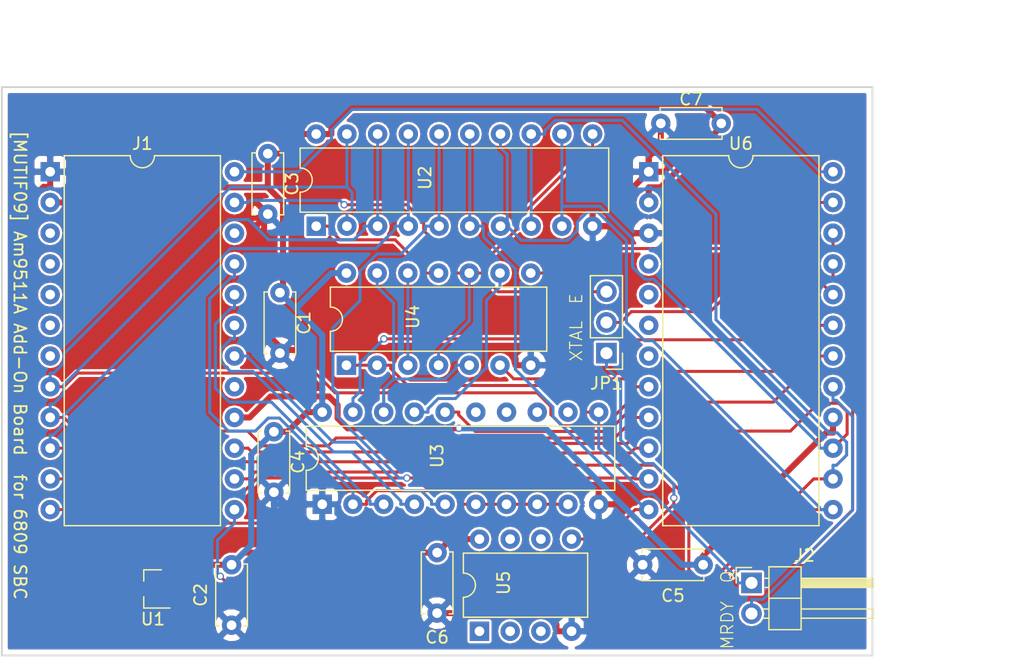
<source format=kicad_pcb>
(kicad_pcb (version 4) (host pcbnew 4.0.7)
  (layers (0 F.Cu signal hide) (31 B.Cu signal hide) (34 B.Paste user) (35 F.Paste user) (36 B.SilkS user) (37 F.SilkS user) (38 B.Mask user) (39 F.Mask user) (44 Edge.Cuts user))
  (net 0 "")
  (net 1 VCC)
  (net 2 GND)
  (net 3 /VDD)
  (net 4 /DB5)
  (net 5 /DB6)
  (net 6 "Net-(J1-Pad3)")
  (net 7 /DB7)
  (net 8 "Net-(J1-Pad4)")
  (net 9 "Net-(J1-Pad5)")
  (net 10 "Net-(J1-Pad17)")
  (net 11 "Net-(J1-Pad6)")
  (net 12 //CS)
  (net 13 "Net-(J1-Pad7)")
  (net 14 /RD)
  (net 15 /DB0)
  (net 16 /WR)
  (net 17 /DB1)
  (net 18 /C_/D)
  (net 19 /DB2)
  (net 20 "Net-(J1-Pad22)")
  (net 21 /DB3)
  (net 22 /E)
  (net 23 /DB4)
  (net 24 //END)
  (net 25 /Q)
  (net 26 /MRDY)
  (net 27 "Net-(JP1-Pad1)")
  (net 28 "Net-(JP1-Pad2)")
  (net 29 "Net-(U1-Pad2)")
  (net 30 "Net-(U2-Pad1)")
  (net 31 "Net-(U3-Pad12)")
  (net 32 "Net-(U3-Pad13)")
  (net 33 "Net-(U3-Pad14)")
  (net 34 "Net-(U3-Pad15)")
  (net 35 "Net-(U3-Pad16)")
  (net 36 "Net-(U3-Pad17)")
  (net 37 "Net-(U3-Pad18)")
  (net 38 "Net-(U3-Pad19)")
  (net 39 "Net-(U4-Pad8)")
  (net 40 "Net-(U4-Pad12)")
  (net 41 "Net-(U4-Pad6)")
  (net 42 "Net-(U5-Pad1)")
  (net 43 "Net-(U6-Pad4)")
  (net 44 "Net-(U6-Pad5)")
  (net 45 "Net-(U6-Pad6)")
  (net 46 "Net-(U6-Pad7)")
  (module Capacitors_THT:C_Disc_D5.0mm_W2.5mm_P5.00mm (layer F.Cu) (at 73 47 270)
    (fp_text reference C1 (at 2.5 -2 270) (layer F.SilkS))
    (fp_text value 0.1u hide)
    (pad 1 thru_hole circle (at 0 0 270) (size 1.6 1.6) (drill 0.8) (layers *.Cu *.Mask) (net 1 VCC))
    (pad 2 thru_hole circle (at 5 0 270) (size 1.6 1.6) (drill 0.8) (layers *.Cu *.Mask) (net 2 GND))
  )
  (module Capacitors_THT:C_Disc_D5.0mm_W2.5mm_P5.00mm (layer F.Cu) (at 69 74.5 90)
    (fp_text reference C2 (at 2.5 -2.56 90) (layer F.SilkS))
    (fp_text value 0.1u hide)
    (pad 1 thru_hole circle (at 0 0 90) (size 1.6 1.6) (drill 0.8) (layers *.Cu *.Mask) (net 2 GND))
    (pad 2 thru_hole circle (at 5 0 90) (size 1.6 1.6) (drill 0.8) (layers *.Cu *.Mask) (net 1 VCC))
  )
  (module Capacitors_THT:C_Disc_D5.0mm_W2.5mm_P5.00mm (layer F.Cu) (at 72 35.5 270)
    (fp_text reference C3 (at 2.5 -2 270) (layer F.SilkS))
    (fp_text value 0.1u hide)
    (pad 1 thru_hole circle (at 0 0 270) (size 1.6 1.6) (drill 0.8) (layers *.Cu *.Mask) (net 1 VCC))
    (pad 2 thru_hole circle (at 5 0 270) (size 1.6 1.6) (drill 0.8) (layers *.Cu *.Mask) (net 2 GND))
  )
  (module Capacitors_THT:C_Disc_D5.0mm_W2.5mm_P5.00mm (layer F.Cu) (at 72.5 58.5 270)
    (fp_text reference C4 (at 2.5 -2 270) (layer F.SilkS))
    (fp_text value 0.1u hide)
    (pad 1 thru_hole circle (at 0 0 270) (size 1.6 1.6) (drill 0.8) (layers *.Cu *.Mask) (net 1 VCC))
    (pad 2 thru_hole circle (at 5 0 270) (size 1.6 1.6) (drill 0.8) (layers *.Cu *.Mask) (net 2 GND))
  )
  (module Capacitors_THT:C_Disc_D5.0mm_W2.5mm_P5.00mm (layer F.Cu) (at 108 69.5 180)
    (fp_text reference C5 (at 2.5 -2.56 180) (layer F.SilkS))
    (fp_text value 0.1u hide)
    (pad 1 thru_hole circle (at 0 0 180) (size 1.6 1.6) (drill 0.8) (layers *.Cu *.Mask) (net 3 /VDD))
    (pad 2 thru_hole circle (at 5 0 180) (size 1.6 1.6) (drill 0.8) (layers *.Cu *.Mask) (net 2 GND))
  )
  (module Capacitors_THT:C_Disc_D5.0mm_W2.5mm_P5.00mm (layer F.Cu) (at 86 68.5 270)
    (fp_text reference C6 (at 7 0 360) (layer F.SilkS))
    (fp_text value 0.1u hide)
    (pad 1 thru_hole circle (at 0 0 270) (size 1.6 1.6) (drill 0.8) (layers *.Cu *.Mask) (net 1 VCC))
    (pad 2 thru_hole circle (at 5 0 270) (size 1.6 1.6) (drill 0.8) (layers *.Cu *.Mask) (net 2 GND))
  )
  (module Capacitors_THT:C_Disc_D5.0mm_W2.5mm_P5.00mm (layer F.Cu) (at 104.5 33)
    (fp_text reference C7 (at 2.5 -2) (layer F.SilkS))
    (fp_text value 0.1u hide)
    (pad 1 thru_hole circle (at 0 0) (size 1.6 1.6) (drill 0.8) (layers *.Cu *.Mask) (net 2 GND))
    (pad 2 thru_hole circle (at 5 0) (size 1.6 1.6) (drill 0.8) (layers *.Cu *.Mask) (net 1 VCC))
  )
  (module Housings_DIP:DIP-24_W15.24mm (layer F.Cu) (at 54 37)
    (fp_text reference J1 (at 7.62 -2.33) (layer F.SilkS))
    (fp_text value Conn_02x12)
    (pad 1 thru_hole rect (at 0 0) (size 1.6 1.6) (drill 0.8) (layers *.Cu *.Mask) (net 2 GND))
    (pad 13 thru_hole oval (at 15.24 27.94) (size 1.6 1.6) (drill 0.8) (layers *.Cu *.Mask) (net 4 /DB5))
    (pad 2 thru_hole oval (at 0 2.54) (size 1.6 1.6) (drill 0.8) (layers *.Cu *.Mask) (net 1 VCC))
    (pad 14 thru_hole oval (at 15.24 25.4) (size 1.6 1.6) (drill 0.8) (layers *.Cu *.Mask) (net 5 /DB6))
    (pad 3 thru_hole oval (at 0 5.08) (size 1.6 1.6) (drill 0.8) (layers *.Cu *.Mask) (net 6 "Net-(J1-Pad3)"))
    (pad 15 thru_hole oval (at 15.24 22.86) (size 1.6 1.6) (drill 0.8) (layers *.Cu *.Mask) (net 7 /DB7))
    (pad 4 thru_hole oval (at 0 7.62) (size 1.6 1.6) (drill 0.8) (layers *.Cu *.Mask) (net 8 "Net-(J1-Pad4)"))
    (pad 16 thru_hole oval (at 15.24 20.32) (size 1.6 1.6) (drill 0.8) (layers *.Cu *.Mask) (net 3 /VDD))
    (pad 5 thru_hole oval (at 0 10.16) (size 1.6 1.6) (drill 0.8) (layers *.Cu *.Mask) (net 9 "Net-(J1-Pad5)"))
    (pad 17 thru_hole oval (at 15.24 17.78) (size 1.6 1.6) (drill 0.8) (layers *.Cu *.Mask) (net 10 "Net-(J1-Pad17)"))
    (pad 6 thru_hole oval (at 0 12.7) (size 1.6 1.6) (drill 0.8) (layers *.Cu *.Mask) (net 11 "Net-(J1-Pad6)"))
    (pad 18 thru_hole oval (at 15.24 15.24) (size 1.6 1.6) (drill 0.8) (layers *.Cu *.Mask) (net 12 //CS))
    (pad 7 thru_hole oval (at 0 15.24) (size 1.6 1.6) (drill 0.8) (layers *.Cu *.Mask) (net 13 "Net-(J1-Pad7)"))
    (pad 19 thru_hole oval (at 15.24 12.7) (size 1.6 1.6) (drill 0.8) (layers *.Cu *.Mask) (net 14 /RD))
    (pad 8 thru_hole oval (at 0 17.78) (size 1.6 1.6) (drill 0.8) (layers *.Cu *.Mask) (net 15 /DB0))
    (pad 20 thru_hole oval (at 15.24 10.16) (size 1.6 1.6) (drill 0.8) (layers *.Cu *.Mask) (net 16 /WR))
    (pad 9 thru_hole oval (at 0 20.32) (size 1.6 1.6) (drill 0.8) (layers *.Cu *.Mask) (net 17 /DB1))
    (pad 21 thru_hole oval (at 15.24 7.62) (size 1.6 1.6) (drill 0.8) (layers *.Cu *.Mask) (net 18 /C_/D))
    (pad 10 thru_hole oval (at 0 22.86) (size 1.6 1.6) (drill 0.8) (layers *.Cu *.Mask) (net 19 /DB2))
    (pad 22 thru_hole oval (at 15.24 5.08) (size 1.6 1.6) (drill 0.8) (layers *.Cu *.Mask) (net 20 "Net-(J1-Pad22)"))
    (pad 11 thru_hole oval (at 0 25.4) (size 1.6 1.6) (drill 0.8) (layers *.Cu *.Mask) (net 21 /DB3))
    (pad 23 thru_hole oval (at 15.24 2.54) (size 1.6 1.6) (drill 0.8) (layers *.Cu *.Mask) (net 22 /E))
    (pad 12 thru_hole oval (at 0 27.94) (size 1.6 1.6) (drill 0.8) (layers *.Cu *.Mask) (net 23 /DB4))
    (pad 24 thru_hole oval (at 15.24 0) (size 1.6 1.6) (drill 0.8) (layers *.Cu *.Mask) (net 24 //END))
  )
  (module Pin_Headers:Pin_Header_Angled_1x02_Pitch2.54mm (layer F.Cu) (at 112 71)
    (fp_text reference J2 (at 4.385 -2.27) (layer F.SilkS))
    (fp_text value Conn_01x02)
    (pad 1 thru_hole rect (at 0 0) (size 1.7 1.7) (drill 1) (layers *.Cu *.Mask) (net 25 /Q))
    (pad 2 thru_hole oval (at 0 2.54) (size 1.7 1.7) (drill 1) (layers *.Cu *.Mask) (net 26 /MRDY))
  )
  (module Pin_Headers:Pin_Header_Straight_1x03_Pitch2.54mm (layer F.Cu) (at 100 52 180)
    (fp_text reference JP1 (at 0 -2.5 360) (layer F.SilkS))
    (fp_text value "Clock Sel" hide)
    (pad 1 thru_hole rect (at 0 0 180) (size 1.7 1.7) (drill 1) (layers *.Cu *.Mask) (net 27 "Net-(JP1-Pad1)"))
    (pad 2 thru_hole oval (at 0 2.54 180) (size 1.7 1.7) (drill 1) (layers *.Cu *.Mask) (net 28 "Net-(JP1-Pad2)"))
    (pad 3 thru_hole oval (at 0 5.08 180) (size 1.7 1.7) (drill 1) (layers *.Cu *.Mask) (net 22 /E))
  )
  (module TO_SOT_Packages_SMD:SOT-23 (layer F.Cu) (at 62.5 71.5 180)
    (fp_text reference U1 (at 0 -2.5 180) (layer F.SilkS))
    (fp_text value MCP810)
    (pad 1 smd rect (at -1 -0.95 180) (size 0.9 0.8) (layers F.Cu F.Paste F.Mask) (net 2 GND))
    (pad 2 smd rect (at -1 0.95 180) (size 0.9 0.8) (layers F.Cu F.Paste F.Mask) (net 29 "Net-(U1-Pad2)"))
    (pad 3 smd rect (at 1 0 180) (size 0.9 0.8) (layers F.Cu F.Paste F.Mask) (net 1 VCC))
  )
  (module Housings_DIP:DIP-20_W7.62mm (layer F.Cu) (at 76 41.5 90)
    (fp_text reference U2 (at 4 9 90) (layer F.SilkS))
    (fp_text value 74HCT573)
    (pad 1 thru_hole rect (at 0 0 90) (size 1.6 1.6) (drill 0.8) (layers *.Cu *.Mask) (net 30 "Net-(U2-Pad1)"))
    (pad 11 thru_hole oval (at 7.62 22.86 90) (size 1.6 1.6) (drill 0.8) (layers *.Cu *.Mask) (net 22 /E))
    (pad 2 thru_hole oval (at 0 2.54 90) (size 1.6 1.6) (drill 0.8) (layers *.Cu *.Mask) (net 15 /DB0))
    (pad 12 thru_hole oval (at 7.62 20.32 90) (size 1.6 1.6) (drill 0.8) (layers *.Cu *.Mask) (net 7 /DB7))
    (pad 3 thru_hole oval (at 0 5.08 90) (size 1.6 1.6) (drill 0.8) (layers *.Cu *.Mask) (net 17 /DB1))
    (pad 13 thru_hole oval (at 7.62 17.78 90) (size 1.6 1.6) (drill 0.8) (layers *.Cu *.Mask) (net 5 /DB6))
    (pad 4 thru_hole oval (at 0 7.62 90) (size 1.6 1.6) (drill 0.8) (layers *.Cu *.Mask) (net 19 /DB2))
    (pad 14 thru_hole oval (at 7.62 15.24 90) (size 1.6 1.6) (drill 0.8) (layers *.Cu *.Mask) (net 4 /DB5))
    (pad 5 thru_hole oval (at 0 10.16 90) (size 1.6 1.6) (drill 0.8) (layers *.Cu *.Mask) (net 21 /DB3))
    (pad 15 thru_hole oval (at 7.62 12.7 90) (size 1.6 1.6) (drill 0.8) (layers *.Cu *.Mask) (net 23 /DB4))
    (pad 6 thru_hole oval (at 0 12.7 90) (size 1.6 1.6) (drill 0.8) (layers *.Cu *.Mask) (net 23 /DB4))
    (pad 16 thru_hole oval (at 7.62 10.16 90) (size 1.6 1.6) (drill 0.8) (layers *.Cu *.Mask) (net 21 /DB3))
    (pad 7 thru_hole oval (at 0 15.24 90) (size 1.6 1.6) (drill 0.8) (layers *.Cu *.Mask) (net 4 /DB5))
    (pad 17 thru_hole oval (at 7.62 7.62 90) (size 1.6 1.6) (drill 0.8) (layers *.Cu *.Mask) (net 19 /DB2))
    (pad 8 thru_hole oval (at 0 17.78 90) (size 1.6 1.6) (drill 0.8) (layers *.Cu *.Mask) (net 5 /DB6))
    (pad 18 thru_hole oval (at 7.62 5.08 90) (size 1.6 1.6) (drill 0.8) (layers *.Cu *.Mask) (net 17 /DB1))
    (pad 9 thru_hole oval (at 0 20.32 90) (size 1.6 1.6) (drill 0.8) (layers *.Cu *.Mask) (net 7 /DB7))
    (pad 19 thru_hole oval (at 7.62 2.54 90) (size 1.6 1.6) (drill 0.8) (layers *.Cu *.Mask) (net 15 /DB0))
    (pad 10 thru_hole oval (at 0 22.86 90) (size 1.6 1.6) (drill 0.8) (layers *.Cu *.Mask) (net 2 GND))
    (pad 20 thru_hole oval (at 7.62 0 90) (size 1.6 1.6) (drill 0.8) (layers *.Cu *.Mask) (net 1 VCC))
  )
  (module Housings_DIP:DIP-20_W7.62mm (layer F.Cu) (at 76.5 64.5 90)
    (fp_text reference U3 (at 4 9.5 90) (layer F.SilkS))
    (fp_text value 74HCT574)
    (pad 1 thru_hole rect (at 0 0 90) (size 1.6 1.6) (drill 0.8) (layers *.Cu *.Mask) (net 2 GND))
    (pad 11 thru_hole oval (at 7.62 22.86 90) (size 1.6 1.6) (drill 0.8) (layers *.Cu *.Mask) (net 25 /Q))
    (pad 2 thru_hole oval (at 0 2.54 90) (size 1.6 1.6) (drill 0.8) (layers *.Cu *.Mask) (net 18 /C_/D))
    (pad 12 thru_hole oval (at 7.62 20.32 90) (size 1.6 1.6) (drill 0.8) (layers *.Cu *.Mask) (net 31 "Net-(U3-Pad12)"))
    (pad 3 thru_hole oval (at 0 5.08 90) (size 1.6 1.6) (drill 0.8) (layers *.Cu *.Mask) (net 16 /WR))
    (pad 13 thru_hole oval (at 7.62 17.78 90) (size 1.6 1.6) (drill 0.8) (layers *.Cu *.Mask) (net 32 "Net-(U3-Pad13)"))
    (pad 4 thru_hole oval (at 0 7.62 90) (size 1.6 1.6) (drill 0.8) (layers *.Cu *.Mask) (net 14 /RD))
    (pad 14 thru_hole oval (at 7.62 15.24 90) (size 1.6 1.6) (drill 0.8) (layers *.Cu *.Mask) (net 33 "Net-(U3-Pad14)"))
    (pad 5 thru_hole oval (at 0 10.16 90) (size 1.6 1.6) (drill 0.8) (layers *.Cu *.Mask) (net 12 //CS))
    (pad 15 thru_hole oval (at 7.62 12.7 90) (size 1.6 1.6) (drill 0.8) (layers *.Cu *.Mask) (net 34 "Net-(U3-Pad15)"))
    (pad 6 thru_hole oval (at 0 12.7 90) (size 1.6 1.6) (drill 0.8) (layers *.Cu *.Mask) (net 18 /C_/D))
    (pad 16 thru_hole oval (at 7.62 10.16 90) (size 1.6 1.6) (drill 0.8) (layers *.Cu *.Mask) (net 35 "Net-(U3-Pad16)"))
    (pad 7 thru_hole oval (at 0 15.24 90) (size 1.6 1.6) (drill 0.8) (layers *.Cu *.Mask) (net 18 /C_/D))
    (pad 17 thru_hole oval (at 7.62 7.62 90) (size 1.6 1.6) (drill 0.8) (layers *.Cu *.Mask) (net 36 "Net-(U3-Pad17)"))
    (pad 8 thru_hole oval (at 0 17.78 90) (size 1.6 1.6) (drill 0.8) (layers *.Cu *.Mask) (net 18 /C_/D))
    (pad 18 thru_hole oval (at 7.62 5.08 90) (size 1.6 1.6) (drill 0.8) (layers *.Cu *.Mask) (net 37 "Net-(U3-Pad18)"))
    (pad 9 thru_hole oval (at 0 20.32 90) (size 1.6 1.6) (drill 0.8) (layers *.Cu *.Mask) (net 18 /C_/D))
    (pad 19 thru_hole oval (at 7.62 2.54 90) (size 1.6 1.6) (drill 0.8) (layers *.Cu *.Mask) (net 38 "Net-(U3-Pad19)"))
    (pad 10 thru_hole oval (at 0 22.86 90) (size 1.6 1.6) (drill 0.8) (layers *.Cu *.Mask) (net 2 GND))
    (pad 20 thru_hole oval (at 7.62 0 90) (size 1.6 1.6) (drill 0.8) (layers *.Cu *.Mask) (net 1 VCC))
  )
  (module Housings_DIP:DIP-14_W7.62mm (layer F.Cu) (at 78.5 53 90)
    (fp_text reference U4 (at 4 5.5 90) (layer F.SilkS))
    (fp_text value 74HCT00)
    (pad 1 thru_hole rect (at 0 0 90) (size 1.6 1.6) (drill 0.8) (layers *.Cu *.Mask) (net 25 /Q))
    (pad 8 thru_hole oval (at 7.62 15.24 90) (size 1.6 1.6) (drill 0.8) (layers *.Cu *.Mask) (net 39 "Net-(U4-Pad8)"))
    (pad 2 thru_hole oval (at 0 2.54 90) (size 1.6 1.6) (drill 0.8) (layers *.Cu *.Mask) (net 25 /Q))
    (pad 9 thru_hole oval (at 7.62 12.7 90) (size 1.6 1.6) (drill 0.8) (layers *.Cu *.Mask) (net 36 "Net-(U3-Pad17)"))
    (pad 3 thru_hole oval (at 0 5.08 90) (size 1.6 1.6) (drill 0.8) (layers *.Cu *.Mask) (net 40 "Net-(U4-Pad12)"))
    (pad 10 thru_hole oval (at 7.62 10.16 90) (size 1.6 1.6) (drill 0.8) (layers *.Cu *.Mask) (net 22 /E))
    (pad 4 thru_hole oval (at 0 7.62 90) (size 1.6 1.6) (drill 0.8) (layers *.Cu *.Mask) (net 22 /E))
    (pad 11 thru_hole oval (at 7.62 7.62 90) (size 1.6 1.6) (drill 0.8) (layers *.Cu *.Mask) (net 30 "Net-(U2-Pad1)"))
    (pad 5 thru_hole oval (at 0 10.16 90) (size 1.6 1.6) (drill 0.8) (layers *.Cu *.Mask) (net 37 "Net-(U3-Pad18)"))
    (pad 12 thru_hole oval (at 7.62 5.08 90) (size 1.6 1.6) (drill 0.8) (layers *.Cu *.Mask) (net 40 "Net-(U4-Pad12)"))
    (pad 6 thru_hole oval (at 0 12.7 90) (size 1.6 1.6) (drill 0.8) (layers *.Cu *.Mask) (net 41 "Net-(U4-Pad6)"))
    (pad 13 thru_hole oval (at 7.62 2.54 90) (size 1.6 1.6) (drill 0.8) (layers *.Cu *.Mask) (net 37 "Net-(U3-Pad18)"))
    (pad 7 thru_hole oval (at 0 15.24 90) (size 1.6 1.6) (drill 0.8) (layers *.Cu *.Mask) (net 2 GND))
    (pad 14 thru_hole oval (at 7.62 0 90) (size 1.6 1.6) (drill 0.8) (layers *.Cu *.Mask) (net 1 VCC))
  )
  (module Housings_DIP:DIP-8_W7.62mm (layer F.Cu) (at 89.5 75 90)
    (fp_text reference U5 (at 4 2 90) (layer F.SilkS))
    (fp_text value "APU Clock")
    (pad 1 thru_hole rect (at 0 0 90) (size 1.6 1.6) (drill 0.8) (layers *.Cu *.Mask) (net 42 "Net-(U5-Pad1)"))
    (pad 5 thru_hole oval (at 7.62 7.62 90) (size 1.6 1.6) (drill 0.8) (layers *.Cu *.Mask) (net 27 "Net-(JP1-Pad1)"))
    (pad 2 thru_hole oval (at 0 2.54 90) (size 1.6 1.6) (drill 0.8) (layers *.Cu *.Mask))
    (pad 6 thru_hole oval (at 7.62 5.08 90) (size 1.6 1.6) (drill 0.8) (layers *.Cu *.Mask))
    (pad 3 thru_hole oval (at 0 5.08 90) (size 1.6 1.6) (drill 0.8) (layers *.Cu *.Mask))
    (pad 7 thru_hole oval (at 7.62 2.54 90) (size 1.6 1.6) (drill 0.8) (layers *.Cu *.Mask))
    (pad 4 thru_hole oval (at 0 7.62 90) (size 1.6 1.6) (drill 0.8) (layers *.Cu *.Mask) (net 2 GND))
    (pad 8 thru_hole oval (at 7.62 0 90) (size 1.6 1.6) (drill 0.8) (layers *.Cu *.Mask) (net 1 VCC))
  )
  (module Housings_DIP:DIP-24_W15.24mm (layer F.Cu) (at 103.5 37)
    (fp_text reference U6 (at 7.62 -2.33) (layer F.SilkS))
    (fp_text value Am9511A-1DC)
    (pad 1 thru_hole rect (at 0 0) (size 1.6 1.6) (drill 0.8) (layers *.Cu *.Mask) (net 2 GND))
    (pad 13 thru_hole oval (at 15.24 27.94) (size 1.6 1.6) (drill 0.8) (layers *.Cu *.Mask) (net 4 /DB5))
    (pad 2 thru_hole oval (at 0 2.54) (size 1.6 1.6) (drill 0.8) (layers *.Cu *.Mask) (net 1 VCC))
    (pad 14 thru_hole oval (at 15.24 25.4) (size 1.6 1.6) (drill 0.8) (layers *.Cu *.Mask) (net 5 /DB6))
    (pad 3 thru_hole oval (at 0 5.08) (size 1.6 1.6) (drill 0.8) (layers *.Cu *.Mask) (net 2 GND))
    (pad 15 thru_hole oval (at 15.24 22.86) (size 1.6 1.6) (drill 0.8) (layers *.Cu *.Mask) (net 7 /DB7))
    (pad 4 thru_hole oval (at 0 7.62) (size 1.6 1.6) (drill 0.8) (layers *.Cu *.Mask) (net 43 "Net-(U6-Pad4)"))
    (pad 16 thru_hole oval (at 15.24 20.32) (size 1.6 1.6) (drill 0.8) (layers *.Cu *.Mask) (net 3 /VDD))
    (pad 5 thru_hole oval (at 0 10.16) (size 1.6 1.6) (drill 0.8) (layers *.Cu *.Mask) (net 44 "Net-(U6-Pad5)"))
    (pad 17 thru_hole oval (at 15.24 17.78) (size 1.6 1.6) (drill 0.8) (layers *.Cu *.Mask) (net 26 /MRDY))
    (pad 6 thru_hole oval (at 0 12.7) (size 1.6 1.6) (drill 0.8) (layers *.Cu *.Mask) (net 45 "Net-(U6-Pad6)"))
    (pad 18 thru_hole oval (at 15.24 15.24) (size 1.6 1.6) (drill 0.8) (layers *.Cu *.Mask) (net 35 "Net-(U3-Pad16)"))
    (pad 7 thru_hole oval (at 0 15.24) (size 1.6 1.6) (drill 0.8) (layers *.Cu *.Mask) (net 46 "Net-(U6-Pad7)"))
    (pad 19 thru_hole oval (at 15.24 12.7) (size 1.6 1.6) (drill 0.8) (layers *.Cu *.Mask) (net 41 "Net-(U4-Pad6)"))
    (pad 8 thru_hole oval (at 0 17.78) (size 1.6 1.6) (drill 0.8) (layers *.Cu *.Mask) (net 15 /DB0))
    (pad 20 thru_hole oval (at 15.24 10.16) (size 1.6 1.6) (drill 0.8) (layers *.Cu *.Mask) (net 39 "Net-(U4-Pad8)"))
    (pad 9 thru_hole oval (at 0 20.32) (size 1.6 1.6) (drill 0.8) (layers *.Cu *.Mask) (net 17 /DB1))
    (pad 21 thru_hole oval (at 15.24 7.62) (size 1.6 1.6) (drill 0.8) (layers *.Cu *.Mask) (net 38 "Net-(U3-Pad19)"))
    (pad 10 thru_hole oval (at 0 22.86) (size 1.6 1.6) (drill 0.8) (layers *.Cu *.Mask) (net 19 /DB2))
    (pad 22 thru_hole oval (at 15.24 5.08) (size 1.6 1.6) (drill 0.8) (layers *.Cu *.Mask) (net 29 "Net-(U1-Pad2)"))
    (pad 11 thru_hole oval (at 0 25.4) (size 1.6 1.6) (drill 0.8) (layers *.Cu *.Mask) (net 21 /DB3))
    (pad 23 thru_hole oval (at 15.24 2.54) (size 1.6 1.6) (drill 0.8) (layers *.Cu *.Mask) (net 28 "Net-(JP1-Pad2)"))
    (pad 12 thru_hole oval (at 0 27.94) (size 1.6 1.6) (drill 0.8) (layers *.Cu *.Mask) (net 23 /DB4))
    (pad 24 thru_hole oval (at 15.24 0) (size 1.6 1.6) (drill 0.8) (layers *.Cu *.Mask) (net 24 //END))
  )
  (gr_text MRDY (at 110 74.5 90) (layer F.SilkS) (effects (font (size 1 1) (thickness 0.1))))
  (gr_text Q (at 110 70.5 90) (layer F.SilkS) (effects (font (size 1 1) (thickness 0.1))))
  (gr_text "[MUTIF09] Am9511A Add-On Board  for 6809 SBC" (at 51.5 53 270) (layer F.SilkS) (effects (font (size 1 1))))
  (gr_text E (at 97.5 47.5 90) (layer F.SilkS) (effects (font (size 1 1) (thickness 0.1))))
  (gr_text XTAL (at 97.5 51 90) (layer F.SilkS) (effects (font (size 1 1) (thickness 0.1))))
  (gr_line (start 50 30) (end 122 30) (angle 90) (layer Edge.Cuts) (width 0.15))
  (gr_line (start 50 77) (end 50 30) (angle 90) (layer Edge.Cuts) (width 0.15))
  (gr_line (start 122 77) (end 50 77) (angle 90) (layer Edge.Cuts) (width 0.15))
  (gr_line (start 122 30) (end 122 77) (angle 90) (layer Edge.Cuts) (width 0.15))
  (segment (start 61.5 71.5) (end 61.5 70.6497) (width 0.5) (layer F.Cu) (net 1))
  (segment (start 103.5 39.54) (end 103.5 38.2897) (width 0.5) (layer F.Cu) (net 1))
  (segment (start 76 33.88) (end 77.2503 33.88) (width 0.5) (layer F.Cu) (net 1))
  (segment (start 109.5 33.27) (end 109.5 33) (width 0.5) (layer F.Cu) (net 1))
  (segment (start 104.4803 38.2897) (end 109.5 33.27) (width 0.5) (layer F.Cu) (net 1))
  (segment (start 103.5 38.2897) (end 104.4803 38.2897) (width 0.5) (layer F.Cu) (net 1))
  (segment (start 77.2503 33.3361) (end 77.2503 33.88) (width 0.5) (layer F.Cu) (net 1))
  (segment (start 78.8829 31.7035) (end 77.2503 33.3361) (width 0.5) (layer F.Cu) (net 1))
  (segment (start 108.2035 31.7035) (end 78.8829 31.7035) (width 0.5) (layer F.Cu) (net 1))
  (segment (start 109.5 33) (end 108.2035 31.7035) (width 0.5) (layer F.Cu) (net 1))
  (segment (start 87.12 67.38) (end 86 68.5) (width 0.5) (layer F.Cu) (net 1))
  (segment (start 89.5 67.38) (end 87.12 67.38) (width 0.5) (layer F.Cu) (net 1))
  (segment (start 70 68.5) (end 69 69.5) (width 0.5) (layer F.Cu) (net 1))
  (segment (start 86 68.5) (end 70 68.5) (width 0.5) (layer F.Cu) (net 1))
  (segment (start 54 39.54) (end 55.2503 39.54) (width 0.5) (layer F.Cu) (net 1))
  (segment (start 70.6223 60.3777) (end 72.5 58.5) (width 0.5) (layer B.Cu) (net 1))
  (segment (start 70.6223 67.8777) (end 70.6223 60.3777) (width 0.5) (layer B.Cu) (net 1))
  (segment (start 69 69.5) (end 70.6223 67.8777) (width 0.5) (layer B.Cu) (net 1))
  (segment (start 76 33.88) (end 74.7497 33.88) (width 0.5) (layer F.Cu) (net 1))
  (segment (start 73.1297 35.5) (end 74.7497 33.88) (width 0.5) (layer F.Cu) (net 1))
  (segment (start 72 35.5) (end 73.1297 35.5) (width 0.5) (layer F.Cu) (net 1))
  (segment (start 73.6297 58.5) (end 75.2497 56.88) (width 0.5) (layer F.Cu) (net 1))
  (segment (start 72.5 58.5) (end 73.6297 58.5) (width 0.5) (layer F.Cu) (net 1))
  (segment (start 76.5 56.88) (end 75.2497 56.88) (width 0.5) (layer F.Cu) (net 1))
  (segment (start 78.5 45.38) (end 77.2497 45.38) (width 0.5) (layer B.Cu) (net 1))
  (segment (start 74.3149 48.3148) (end 77.2497 45.38) (width 0.5) (layer B.Cu) (net 1))
  (segment (start 76.5 50.5) (end 74.3149 48.3148) (width 0.5) (layer B.Cu) (net 1))
  (segment (start 76.5 56.88) (end 76.5 50.5) (width 0.5) (layer B.Cu) (net 1))
  (segment (start 74.3149 48.3148) (end 73 47) (width 0.5) (layer B.Cu) (net 1))
  (segment (start 73.2562 39.5458) (end 72 38.2896) (width 0.5) (layer F.Cu) (net 1))
  (segment (start 73.2562 46.7438) (end 73.2562 39.5458) (width 0.5) (layer F.Cu) (net 1))
  (segment (start 73 47) (end 73.2562 46.7438) (width 0.5) (layer F.Cu) (net 1))
  (segment (start 56.5007 38.2896) (end 72 38.2896) (width 0.5) (layer F.Cu) (net 1))
  (segment (start 55.2503 39.54) (end 56.5007 38.2896) (width 0.5) (layer F.Cu) (net 1))
  (segment (start 72 38.2896) (end 72 35.5) (width 0.5) (layer F.Cu) (net 1))
  (segment (start 62.6497 69.5) (end 61.5 70.6497) (width 0.5) (layer F.Cu) (net 1))
  (segment (start 69 69.5) (end 62.6497 69.5) (width 0.5) (layer F.Cu) (net 1))
  (segment (start 98.86 44.33) (end 98.86 41.5) (width 0.5) (layer B.Cu) (net 2))
  (segment (start 93.74 49.45) (end 98.86 44.33) (width 0.5) (layer B.Cu) (net 2))
  (segment (start 93.74 53) (end 93.74 49.45) (width 0.5) (layer B.Cu) (net 2))
  (segment (start 104.5 34.7497) (end 104.5 33) (width 0.5) (layer F.Cu) (net 2))
  (segment (start 103.5 35.7497) (end 104.5 34.7497) (width 0.5) (layer F.Cu) (net 2))
  (segment (start 103.5 37) (end 103.5 35.7497) (width 0.5) (layer F.Cu) (net 2))
  (segment (start 54 37) (end 54 38.2503) (width 0.5) (layer F.Cu) (net 2))
  (segment (start 93.74 53) (end 92.4897 53) (width 0.5) (layer F.Cu) (net 2))
  (segment (start 97.12 75) (end 95.8697 75) (width 0.5) (layer F.Cu) (net 2))
  (segment (start 94.9136 73.5) (end 86 73.5) (width 0.5) (layer F.Cu) (net 2))
  (segment (start 95.8697 74.4561) (end 94.9136 73.5) (width 0.5) (layer F.Cu) (net 2))
  (segment (start 95.8697 75) (end 95.8697 74.4561) (width 0.5) (layer F.Cu) (net 2))
  (segment (start 73.2607 51.7393) (end 73 52) (width 0.5) (layer F.Cu) (net 2))
  (segment (start 71.69 50.1686) (end 73.2607 51.7393) (width 0.5) (layer F.Cu) (net 2))
  (segment (start 71.69 40.81) (end 71.69 50.1686) (width 0.5) (layer F.Cu) (net 2))
  (segment (start 71.69 40.81) (end 72 40.5) (width 0.5) (layer F.Cu) (net 2))
  (segment (start 98.3703 74.1297) (end 103 69.5) (width 0.5) (layer B.Cu) (net 2))
  (segment (start 98.3703 75) (end 98.3703 74.1297) (width 0.5) (layer B.Cu) (net 2))
  (segment (start 97.12 75) (end 98.3703 75) (width 0.5) (layer B.Cu) (net 2))
  (segment (start 103 69.3903) (end 103 69.5) (width 0.5) (layer B.Cu) (net 2))
  (segment (start 99.36 65.7503) (end 103 69.3903) (width 0.5) (layer B.Cu) (net 2))
  (segment (start 99.36 64.5) (end 99.36 65.7503) (width 0.5) (layer B.Cu) (net 2))
  (segment (start 76.5 64.5) (end 75.2497 64.5) (width 0.5) (layer B.Cu) (net 2))
  (segment (start 72.5 64.5) (end 75.2497 64.5) (width 0.5) (layer B.Cu) (net 2))
  (segment (start 72.5 63.5) (end 72.5 64.5) (width 0.5) (layer B.Cu) (net 2))
  (segment (start 72.5 71) (end 69 74.5) (width 0.5) (layer B.Cu) (net 2))
  (segment (start 72.5 64.5) (end 72.5 71) (width 0.5) (layer B.Cu) (net 2))
  (segment (start 66.95 72.45) (end 63.5 72.45) (width 0.5) (layer F.Cu) (net 2))
  (segment (start 69 74.5) (end 66.95 72.45) (width 0.5) (layer F.Cu) (net 2))
  (segment (start 52.7496 41.5168) (end 53.4564 40.81) (width 0.5) (layer F.Cu) (net 2))
  (segment (start 52.7496 65.4922) (end 52.7496 41.5168) (width 0.5) (layer F.Cu) (net 2))
  (segment (start 59.7074 72.45) (end 52.7496 65.4922) (width 0.5) (layer F.Cu) (net 2))
  (segment (start 63.5 72.45) (end 59.7074 72.45) (width 0.5) (layer F.Cu) (net 2))
  (segment (start 52.6957 40.0493) (end 53.4564 40.81) (width 0.5) (layer F.Cu) (net 2))
  (segment (start 52.6957 39.0076) (end 52.6957 40.0493) (width 0.5) (layer F.Cu) (net 2))
  (segment (start 53.453 38.2503) (end 52.6957 39.0076) (width 0.5) (layer F.Cu) (net 2))
  (segment (start 54 38.2503) (end 53.453 38.2503) (width 0.5) (layer F.Cu) (net 2))
  (segment (start 53.4564 40.81) (end 71.69 40.81) (width 0.5) (layer F.Cu) (net 2))
  (segment (start 77.7503 65.2503) (end 77.7503 64.5) (width 0.5) (layer B.Cu) (net 2))
  (segment (start 86 73.5) (end 77.7503 65.2503) (width 0.5) (layer B.Cu) (net 2))
  (segment (start 76.5 64.5) (end 77.7503 64.5) (width 0.5) (layer B.Cu) (net 2))
  (segment (start 103.5 42.08) (end 102.2497 42.08) (width 0.5) (layer F.Cu) (net 2))
  (segment (start 101.6697 38.8303) (end 103.5 37) (width 0.5) (layer F.Cu) (net 2))
  (segment (start 101.6697 41.5) (end 101.6697 38.8303) (width 0.5) (layer F.Cu) (net 2))
  (segment (start 98.86 41.5) (end 101.6697 41.5) (width 0.5) (layer F.Cu) (net 2))
  (segment (start 101.6697 41.5) (end 102.2497 42.08) (width 0.5) (layer F.Cu) (net 2))
  (segment (start 92.4897 52.453) (end 92.4897 53) (width 0.5) (layer F.Cu) (net 2))
  (segment (start 91.776 51.7393) (end 92.4897 52.453) (width 0.5) (layer F.Cu) (net 2))
  (segment (start 73.2607 51.7393) (end 91.776 51.7393) (width 0.5) (layer F.Cu) (net 2))
  (via (at 87.8002 58.2164) (size 0.6) (layers F.Cu B.Cu) (net 3))
  (segment (start 69.24 57.32) (end 70.4903 57.32) (width 0.5) (layer F.Cu) (net 3))
  (segment (start 94.9574 58.2164) (end 87.8002 58.2164) (width 0.5) (layer B.Cu) (net 3))
  (segment (start 106.241 69.5) (end 94.9574 58.2164) (width 0.5) (layer B.Cu) (net 3))
  (segment (start 108 69.5) (end 106.241 69.5) (width 0.5) (layer B.Cu) (net 3))
  (segment (start 78.6034 58.2164) (end 87.8002 58.2164) (width 0.5) (layer F.Cu) (net 3))
  (segment (start 77.77 57.383) (end 78.6034 58.2164) (width 0.5) (layer F.Cu) (net 3))
  (segment (start 77.77 56.2984) (end 77.77 57.383) (width 0.5) (layer F.Cu) (net 3))
  (segment (start 77.0538 55.5822) (end 77.77 56.2984) (width 0.5) (layer F.Cu) (net 3))
  (segment (start 72.2281 55.5822) (end 77.0538 55.5822) (width 0.5) (layer F.Cu) (net 3))
  (segment (start 70.4903 57.32) (end 72.2281 55.5822) (width 0.5) (layer F.Cu) (net 3))
  (segment (start 108 68.7633) (end 108 69.5) (width 0.5) (layer F.Cu) (net 3))
  (segment (start 118.193 58.5703) (end 108 68.7633) (width 0.5) (layer F.Cu) (net 3))
  (segment (start 118.74 58.5703) (end 118.193 58.5703) (width 0.5) (layer F.Cu) (net 3))
  (segment (start 118.74 57.32) (end 118.74 58.5703) (width 0.5) (layer F.Cu) (net 3))
  (via (at 68.0692 70.4566) (size 0.6) (layers F.Cu B.Cu) (net 4))
  (segment (start 91.24 41.5) (end 91.8027 41.5) (width 0.25) (layer B.Cu) (net 4))
  (segment (start 91.24 33.88) (end 91.24 35.0053) (width 0.25) (layer B.Cu) (net 4))
  (segment (start 118.74 64.94) (end 117.6147 64.94) (width 0.25) (layer B.Cu) (net 4))
  (segment (start 91.8027 35.568) (end 91.24 35.0053) (width 0.25) (layer B.Cu) (net 4))
  (segment (start 91.8027 41.5) (end 91.8027 35.568) (width 0.25) (layer B.Cu) (net 4))
  (segment (start 67.8348 70.2222) (end 68.0692 70.4566) (width 0.25) (layer B.Cu) (net 4))
  (segment (start 67.8348 67.4705) (end 67.8348 70.2222) (width 0.25) (layer B.Cu) (net 4))
  (segment (start 69.24 66.0653) (end 67.8348 67.4705) (width 0.25) (layer B.Cu) (net 4))
  (segment (start 69.24 64.94) (end 69.24 66.0653) (width 0.25) (layer B.Cu) (net 4))
  (segment (start 115.2343 64.94) (end 118.74 64.94) (width 0.25) (layer F.Cu) (net 4))
  (segment (start 109.0556 71.1187) (end 115.2343 64.94) (width 0.25) (layer F.Cu) (net 4))
  (segment (start 68.7313 71.1187) (end 109.0556 71.1187) (width 0.25) (layer F.Cu) (net 4))
  (segment (start 68.0692 70.4566) (end 68.7313 71.1187) (width 0.25) (layer F.Cu) (net 4))
  (segment (start 117.6147 64.7482) (end 117.6147 64.94) (width 0.25) (layer B.Cu) (net 4))
  (segment (start 103.8365 50.97) (end 117.6147 64.7482) (width 0.25) (layer B.Cu) (net 4))
  (segment (start 103.1601 50.97) (end 103.8365 50.97) (width 0.25) (layer B.Cu) (net 4))
  (segment (start 101.6546 49.4645) (end 103.1601 50.97) (width 0.25) (layer B.Cu) (net 4))
  (segment (start 101.6546 42.6967) (end 101.6546 49.4645) (width 0.25) (layer B.Cu) (net 4))
  (segment (start 99.3054 40.3475) (end 101.6546 42.6967) (width 0.25) (layer B.Cu) (net 4))
  (segment (start 98.3992 40.3475) (end 99.3054 40.3475) (width 0.25) (layer B.Cu) (net 4))
  (segment (start 97.59 41.1567) (end 98.3992 40.3475) (width 0.25) (layer B.Cu) (net 4))
  (segment (start 97.59 41.8714) (end 97.59 41.1567) (width 0.25) (layer B.Cu) (net 4))
  (segment (start 96.7883 42.6731) (end 97.59 41.8714) (width 0.25) (layer B.Cu) (net 4))
  (segment (start 92.9758 42.6731) (end 96.7883 42.6731) (width 0.25) (layer B.Cu) (net 4))
  (segment (start 91.8027 41.5) (end 92.9758 42.6731) (width 0.25) (layer B.Cu) (net 4))
  (segment (start 70.9349 61.8304) (end 70.3653 62.4) (width 0.25) (layer F.Cu) (net 5))
  (segment (start 83.1106 61.8304) (end 70.9349 61.8304) (width 0.25) (layer F.Cu) (net 5))
  (segment (start 83.6773 61.2637) (end 83.1106 61.8304) (width 0.25) (layer F.Cu) (net 5))
  (segment (start 103.9708 61.2637) (end 83.6773 61.2637) (width 0.25) (layer F.Cu) (net 5))
  (segment (start 106.8167 64.1096) (end 103.9708 61.2637) (width 0.25) (layer F.Cu) (net 5))
  (segment (start 106.8167 69.9102) (end 106.8167 64.1096) (width 0.25) (layer F.Cu) (net 5))
  (segment (start 107.5748 70.6683) (end 106.8167 69.9102) (width 0.25) (layer F.Cu) (net 5))
  (segment (start 108.8691 70.6683) (end 107.5748 70.6683) (width 0.25) (layer F.Cu) (net 5))
  (segment (start 117.1374 62.4) (end 108.8691 70.6683) (width 0.25) (layer F.Cu) (net 5))
  (segment (start 118.74 62.4) (end 117.1374 62.4) (width 0.25) (layer F.Cu) (net 5))
  (segment (start 69.24 62.4) (end 70.3653 62.4) (width 0.25) (layer F.Cu) (net 5))
  (segment (start 93.78 41.5) (end 93.78 33.88) (width 0.25) (layer B.Cu) (net 5))
  (segment (start 93.78 33.88) (end 94.9053 33.88) (width 0.25) (layer B.Cu) (net 5))
  (segment (start 118.74 62.4) (end 118.74 61.2747) (width 0.25) (layer B.Cu) (net 5))
  (segment (start 119.0214 61.2747) (end 118.74 61.2747) (width 0.25) (layer B.Cu) (net 5))
  (segment (start 119.8653 60.4308) (end 119.0214 61.2747) (width 0.25) (layer B.Cu) (net 5))
  (segment (start 119.8653 59.3664) (end 119.8653 60.4308) (width 0.25) (layer B.Cu) (net 5))
  (segment (start 119.0889 58.59) (end 119.8653 59.3664) (width 0.25) (layer B.Cu) (net 5))
  (segment (start 118.4125 58.59) (end 119.0889 58.59) (width 0.25) (layer B.Cu) (net 5))
  (segment (start 109.0584 49.2359) (end 118.4125 58.59) (width 0.25) (layer B.Cu) (net 5))
  (segment (start 109.0584 40.4914) (end 109.0584 49.2359) (width 0.25) (layer B.Cu) (net 5))
  (segment (start 101.3132 32.7462) (end 109.0584 40.4914) (width 0.25) (layer B.Cu) (net 5))
  (segment (start 95.7578 32.7462) (end 101.3132 32.7462) (width 0.25) (layer B.Cu) (net 5))
  (segment (start 94.9053 33.5987) (end 95.7578 32.7462) (width 0.25) (layer B.Cu) (net 5))
  (segment (start 94.9053 33.88) (end 94.9053 33.5987) (width 0.25) (layer B.Cu) (net 5))
  (segment (start 70.6776 60.1723) (end 70.3653 59.86) (width 0.25) (layer F.Cu) (net 7))
  (segment (start 82.4327 60.1723) (end 70.6776 60.1723) (width 0.25) (layer F.Cu) (net 7))
  (segment (start 83.1361 59.4689) (end 82.4327 60.1723) (width 0.25) (layer F.Cu) (net 7))
  (segment (start 101.7211 59.4689) (end 83.1361 59.4689) (width 0.25) (layer F.Cu) (net 7))
  (segment (start 102.7446 58.4454) (end 101.7211 59.4689) (width 0.25) (layer F.Cu) (net 7))
  (segment (start 115.2192 58.4454) (end 102.7446 58.4454) (width 0.25) (layer F.Cu) (net 7))
  (segment (start 117.5157 56.1489) (end 115.2192 58.4454) (width 0.25) (layer F.Cu) (net 7))
  (segment (start 119.2147 56.1489) (end 117.5157 56.1489) (width 0.25) (layer F.Cu) (net 7))
  (segment (start 119.9067 56.8409) (end 119.2147 56.1489) (width 0.25) (layer F.Cu) (net 7))
  (segment (start 119.9067 58.6933) (end 119.9067 56.8409) (width 0.25) (layer F.Cu) (net 7))
  (segment (start 118.74 59.86) (end 119.9067 58.6933) (width 0.25) (layer F.Cu) (net 7))
  (segment (start 69.24 59.86) (end 70.3653 59.86) (width 0.25) (layer F.Cu) (net 7))
  (segment (start 118.74 59.86) (end 117.6147 59.86) (width 0.25) (layer B.Cu) (net 7))
  (segment (start 117.6147 59.5787) (end 117.6147 59.86) (width 0.25) (layer B.Cu) (net 7))
  (segment (start 103.926 45.89) (end 117.6147 59.5787) (width 0.25) (layer B.Cu) (net 7))
  (segment (start 103.1725 45.89) (end 103.926 45.89) (width 0.25) (layer B.Cu) (net 7))
  (segment (start 102.1595 44.877) (end 103.1725 45.89) (width 0.25) (layer B.Cu) (net 7))
  (segment (start 102.1595 42.5328) (end 102.1595 44.877) (width 0.25) (layer B.Cu) (net 7))
  (segment (start 99.4831 39.8564) (end 102.1595 42.5328) (width 0.25) (layer B.Cu) (net 7))
  (segment (start 96.32 39.8564) (end 99.4831 39.8564) (width 0.25) (layer B.Cu) (net 7))
  (segment (start 96.32 41.5) (end 96.32 39.8564) (width 0.25) (layer B.Cu) (net 7))
  (segment (start 96.32 39.8564) (end 96.32 33.88) (width 0.25) (layer B.Cu) (net 7))
  (segment (start 70.3653 52.3411) (end 70.3653 52.24) (width 0.25) (layer B.Cu) (net 12))
  (segment (start 77.3856 59.3614) (end 70.3653 52.3411) (width 0.25) (layer B.Cu) (net 12))
  (segment (start 79.2549 59.3614) (end 77.3856 59.3614) (width 0.25) (layer B.Cu) (net 12))
  (segment (start 83.2682 63.3747) (end 79.2549 59.3614) (width 0.25) (layer B.Cu) (net 12))
  (segment (start 84.6908 63.3747) (end 83.2682 63.3747) (width 0.25) (layer B.Cu) (net 12))
  (segment (start 85.5347 64.2186) (end 84.6908 63.3747) (width 0.25) (layer B.Cu) (net 12))
  (segment (start 85.5347 64.5) (end 85.5347 64.2186) (width 0.25) (layer B.Cu) (net 12))
  (segment (start 86.66 64.5) (end 85.5347 64.5) (width 0.25) (layer B.Cu) (net 12))
  (segment (start 69.24 52.24) (end 70.3653 52.24) (width 0.25) (layer B.Cu) (net 12))
  (segment (start 84.12 64.5) (end 82.9947 64.5) (width 0.25) (layer B.Cu) (net 14))
  (segment (start 69.24 49.7) (end 69.24 50.8253) (width 0.25) (layer B.Cu) (net 14))
  (segment (start 68.9586 50.8253) (end 69.24 50.8253) (width 0.25) (layer B.Cu) (net 14))
  (segment (start 68.1147 51.6692) (end 68.9586 50.8253) (width 0.25) (layer B.Cu) (net 14))
  (segment (start 68.1147 52.7182) (end 68.1147 51.6692) (width 0.25) (layer B.Cu) (net 14))
  (segment (start 68.9065 53.51) (end 68.1147 52.7182) (width 0.25) (layer B.Cu) (net 14))
  (segment (start 70.7675 53.51) (end 68.9065 53.51) (width 0.25) (layer B.Cu) (net 14))
  (segment (start 77.4316 60.1741) (end 70.7675 53.51) (width 0.25) (layer B.Cu) (net 14))
  (segment (start 78.9502 60.1741) (end 77.4316 60.1741) (width 0.25) (layer B.Cu) (net 14))
  (segment (start 82.9947 64.2186) (end 78.9502 60.1741) (width 0.25) (layer B.Cu) (net 14))
  (segment (start 82.9947 64.5) (end 82.9947 64.2186) (width 0.25) (layer B.Cu) (net 14))
  (segment (start 54 54.78) (end 55.1253 54.78) (width 0.25) (layer F.Cu) (net 15))
  (segment (start 103.5 54.78) (end 102.3747 54.78) (width 0.25) (layer F.Cu) (net 15))
  (segment (start 56.2563 53.649) (end 55.1253 54.78) (width 0.25) (layer F.Cu) (net 15))
  (segment (start 75.9343 53.649) (end 56.2563 53.649) (width 0.25) (layer F.Cu) (net 15))
  (segment (start 77.5659 55.2806) (end 75.9343 53.649) (width 0.25) (layer F.Cu) (net 15))
  (segment (start 94.2721 55.2806) (end 77.5659 55.2806) (width 0.25) (layer F.Cu) (net 15))
  (segment (start 95.4053 56.4138) (end 94.2721 55.2806) (width 0.25) (layer F.Cu) (net 15))
  (segment (start 95.4053 57.084) (end 95.4053 56.4138) (width 0.25) (layer F.Cu) (net 15))
  (segment (start 96.3266 58.0053) (end 95.4053 57.084) (width 0.25) (layer F.Cu) (net 15))
  (segment (start 99.8526 58.0053) (end 96.3266 58.0053) (width 0.25) (layer F.Cu) (net 15))
  (segment (start 102.3747 55.4832) (end 99.8526 58.0053) (width 0.25) (layer F.Cu) (net 15))
  (segment (start 102.3747 54.78) (end 102.3747 55.4832) (width 0.25) (layer F.Cu) (net 15))
  (segment (start 78.54 33.88) (end 78.54 35.0053) (width 0.25) (layer B.Cu) (net 15))
  (segment (start 78.54 41.5) (end 78.54 40.3747) (width 0.25) (layer B.Cu) (net 15))
  (segment (start 54 54.78) (end 54 53.6547) (width 0.25) (layer B.Cu) (net 15))
  (segment (start 78.54 35.0053) (end 78.54 38.27) (width 0.25) (layer B.Cu) (net 15))
  (segment (start 78.9619 38.6919) (end 78.54 38.27) (width 0.25) (layer B.Cu) (net 15))
  (segment (start 78.9619 40.0584) (end 78.9619 38.6919) (width 0.25) (layer B.Cu) (net 15))
  (segment (start 78.6456 40.3747) (end 78.9619 40.0584) (width 0.25) (layer B.Cu) (net 15))
  (segment (start 78.54 40.3747) (end 78.6456 40.3747) (width 0.25) (layer B.Cu) (net 15))
  (segment (start 54.2814 53.6547) (end 54 53.6547) (width 0.25) (layer B.Cu) (net 15))
  (segment (start 55.1253 52.8108) (end 54.2814 53.6547) (width 0.25) (layer B.Cu) (net 15))
  (segment (start 55.1253 52.0572) (end 55.1253 52.8108) (width 0.25) (layer B.Cu) (net 15))
  (segment (start 68.9125 38.27) (end 55.1253 52.0572) (width 0.25) (layer B.Cu) (net 15))
  (segment (start 78.54 38.27) (end 68.9125 38.27) (width 0.25) (layer B.Cu) (net 15))
  (segment (start 81.58 64.5) (end 80.4547 64.5) (width 0.25) (layer B.Cu) (net 16))
  (segment (start 69.24 47.16) (end 69.24 48.2853) (width 0.25) (layer B.Cu) (net 16))
  (segment (start 68.9587 48.2853) (end 69.24 48.2853) (width 0.25) (layer B.Cu) (net 16))
  (segment (start 67.6624 49.5816) (end 68.9587 48.2853) (width 0.25) (layer B.Cu) (net 16))
  (segment (start 67.6624 54.889) (end 67.6624 49.5816) (width 0.25) (layer B.Cu) (net 16))
  (segment (start 68.8234 56.05) (end 67.6624 54.889) (width 0.25) (layer B.Cu) (net 16))
  (segment (start 72.2972 56.05) (end 68.8234 56.05) (width 0.25) (layer B.Cu) (net 16))
  (segment (start 80.4547 64.2075) (end 72.2972 56.05) (width 0.25) (layer B.Cu) (net 16))
  (segment (start 80.4547 64.5) (end 80.4547 64.2075) (width 0.25) (layer B.Cu) (net 16))
  (segment (start 103.5 57.32) (end 102.3747 57.32) (width 0.25) (layer F.Cu) (net 17))
  (segment (start 54 57.32) (end 55.1253 57.32) (width 0.25) (layer F.Cu) (net 17))
  (segment (start 100.6762 59.0185) (end 102.3747 57.32) (width 0.25) (layer F.Cu) (net 17))
  (segment (start 77.6385 59.0185) (end 100.6762 59.0185) (width 0.25) (layer F.Cu) (net 17))
  (segment (start 76.9916 59.6654) (end 77.6385 59.0185) (width 0.25) (layer F.Cu) (net 17))
  (segment (start 71.5481 59.6654) (end 76.9916 59.6654) (width 0.25) (layer F.Cu) (net 17))
  (segment (start 70.328 58.4453) (end 71.5481 59.6654) (width 0.25) (layer F.Cu) (net 17))
  (segment (start 56.2506 58.4453) (end 70.328 58.4453) (width 0.25) (layer F.Cu) (net 17))
  (segment (start 55.1253 57.32) (end 56.2506 58.4453) (width 0.25) (layer F.Cu) (net 17))
  (segment (start 54 57.32) (end 54 56.1947) (width 0.25) (layer B.Cu) (net 17))
  (segment (start 81.08 33.88) (end 81.08 41.5) (width 0.25) (layer B.Cu) (net 17))
  (segment (start 54.2814 56.1947) (end 54 56.1947) (width 0.25) (layer B.Cu) (net 17))
  (segment (start 55.1253 55.3508) (end 54.2814 56.1947) (width 0.25) (layer B.Cu) (net 17))
  (segment (start 55.1253 54.5972) (end 55.1253 55.3508) (width 0.25) (layer B.Cu) (net 17))
  (segment (start 68.7715 40.951) (end 55.1253 54.5972) (width 0.25) (layer B.Cu) (net 17))
  (segment (start 70.3912 40.951) (end 68.7715 40.951) (width 0.25) (layer B.Cu) (net 17))
  (segment (start 72.0656 42.6254) (end 70.3912 40.951) (width 0.25) (layer B.Cu) (net 17))
  (segment (start 79.1106 42.6254) (end 72.0656 42.6254) (width 0.25) (layer B.Cu) (net 17))
  (segment (start 79.9547 41.7813) (end 79.1106 42.6254) (width 0.25) (layer B.Cu) (net 17))
  (segment (start 79.9547 41.5) (end 79.9547 41.7813) (width 0.25) (layer B.Cu) (net 17))
  (segment (start 81.08 41.5) (end 79.9547 41.5) (width 0.25) (layer B.Cu) (net 17))
  (segment (start 96.82 64.5) (end 94.28 64.5) (width 0.25) (layer F.Cu) (net 18))
  (segment (start 94.28 64.5) (end 91.74 64.5) (width 0.25) (layer F.Cu) (net 18))
  (segment (start 79.04 64.5) (end 80.1653 64.5) (width 0.25) (layer F.Cu) (net 18))
  (segment (start 91.74 64.5) (end 89.2 64.5) (width 0.25) (layer F.Cu) (net 18))
  (segment (start 80.1653 64.2186) (end 80.1653 64.5) (width 0.25) (layer F.Cu) (net 18))
  (segment (start 81.0092 63.3747) (end 80.1653 64.2186) (width 0.25) (layer F.Cu) (net 18))
  (segment (start 87.2308 63.3747) (end 81.0092 63.3747) (width 0.25) (layer F.Cu) (net 18))
  (segment (start 88.0747 64.2186) (end 87.2308 63.3747) (width 0.25) (layer F.Cu) (net 18))
  (segment (start 88.0747 64.5) (end 88.0747 64.2186) (width 0.25) (layer F.Cu) (net 18))
  (segment (start 89.2 64.5) (end 88.0747 64.5) (width 0.25) (layer F.Cu) (net 18))
  (segment (start 68.9587 45.7453) (end 69.24 45.7453) (width 0.25) (layer B.Cu) (net 18))
  (segment (start 67.1897 47.5143) (end 68.9587 45.7453) (width 0.25) (layer B.Cu) (net 18))
  (segment (start 67.1897 56.8987) (end 67.1897 47.5143) (width 0.25) (layer B.Cu) (net 18))
  (segment (start 68.7368 58.4458) (end 67.1897 56.8987) (width 0.25) (layer B.Cu) (net 18))
  (segment (start 70.9626 58.4458) (end 68.7368 58.4458) (width 0.25) (layer B.Cu) (net 18))
  (segment (start 72.0391 57.3693) (end 70.9626 58.4458) (width 0.25) (layer B.Cu) (net 18))
  (segment (start 72.9635 57.3693) (end 72.0391 57.3693) (width 0.25) (layer B.Cu) (net 18))
  (segment (start 79.04 63.4458) (end 72.9635 57.3693) (width 0.25) (layer B.Cu) (net 18))
  (segment (start 79.04 64.5) (end 79.04 63.4458) (width 0.25) (layer B.Cu) (net 18))
  (segment (start 69.24 44.62) (end 69.24 45.7453) (width 0.25) (layer B.Cu) (net 18))
  (segment (start 54 59.86) (end 55.1253 59.86) (width 0.25) (layer F.Cu) (net 19))
  (segment (start 101.9779 60.2568) (end 102.3747 59.86) (width 0.25) (layer F.Cu) (net 19))
  (segment (start 83.7023 60.2568) (end 101.9779 60.2568) (width 0.25) (layer F.Cu) (net 19))
  (segment (start 82.9738 60.9853) (end 83.7023 60.2568) (width 0.25) (layer F.Cu) (net 19))
  (segment (start 56.2506 60.9853) (end 82.9738 60.9853) (width 0.25) (layer F.Cu) (net 19))
  (segment (start 55.1253 59.86) (end 56.2506 60.9853) (width 0.25) (layer F.Cu) (net 19))
  (segment (start 103.5 59.86) (end 102.3747 59.86) (width 0.25) (layer F.Cu) (net 19))
  (segment (start 54 59.86) (end 54 58.7347) (width 0.25) (layer B.Cu) (net 19))
  (segment (start 83.62 33.88) (end 83.62 41.5) (width 0.25) (layer B.Cu) (net 19))
  (segment (start 54.2814 58.7347) (end 54 58.7347) (width 0.25) (layer B.Cu) (net 19))
  (segment (start 55.1253 57.8908) (end 54.2814 58.7347) (width 0.25) (layer B.Cu) (net 19))
  (segment (start 55.1253 57.1421) (end 55.1253 57.8908) (width 0.25) (layer B.Cu) (net 19))
  (segment (start 68.9174 43.35) (end 55.1253 57.1421) (width 0.25) (layer B.Cu) (net 19))
  (segment (start 80.926 43.35) (end 68.9174 43.35) (width 0.25) (layer B.Cu) (net 19))
  (segment (start 82.4947 41.7813) (end 80.926 43.35) (width 0.25) (layer B.Cu) (net 19))
  (segment (start 82.4947 41.5) (end 82.4947 41.7813) (width 0.25) (layer B.Cu) (net 19))
  (segment (start 83.62 41.5) (end 82.4947 41.5) (width 0.25) (layer B.Cu) (net 19))
  (via (at 83.4977 62.3277) (size 0.6) (layers F.Cu B.Cu) (net 21))
  (segment (start 54 62.4) (end 55.1253 62.4) (width 0.25) (layer F.Cu) (net 21))
  (segment (start 103.5 62.4) (end 102.3747 62.4) (width 0.25) (layer F.Cu) (net 21))
  (segment (start 86.16 33.88) (end 86.16 41.5) (width 0.25) (layer B.Cu) (net 21))
  (segment (start 71.1365 62.3277) (end 83.4977 62.3277) (width 0.25) (layer F.Cu) (net 21))
  (segment (start 69.9148 63.5494) (end 71.1365 62.3277) (width 0.25) (layer F.Cu) (net 21))
  (segment (start 56.2747 63.5494) (end 69.9148 63.5494) (width 0.25) (layer F.Cu) (net 21))
  (segment (start 55.1253 62.4) (end 56.2747 63.5494) (width 0.25) (layer F.Cu) (net 21))
  (segment (start 102.3024 62.3277) (end 102.3747 62.4) (width 0.25) (layer F.Cu) (net 21))
  (segment (start 83.4977 62.3277) (end 102.3024 62.3277) (width 0.25) (layer F.Cu) (net 21))
  (segment (start 86.16 41.5) (end 85.0347 41.5) (width 0.25) (layer B.Cu) (net 21))
  (segment (start 82.8581 62.3277) (end 83.4977 62.3277) (width 0.25) (layer B.Cu) (net 21))
  (segment (start 77.77 57.2396) (end 82.8581 62.3277) (width 0.25) (layer B.Cu) (net 21))
  (segment (start 77.77 55.3232) (end 77.77 57.2396) (width 0.25) (layer B.Cu) (net 21))
  (segment (start 77.3746 54.9278) (end 77.77 55.3232) (width 0.25) (layer B.Cu) (net 21))
  (segment (start 77.3746 49.9091) (end 77.3746 54.9278) (width 0.25) (layer B.Cu) (net 21))
  (segment (start 79.6256 47.6581) (end 77.3746 49.9091) (width 0.25) (layer B.Cu) (net 21))
  (segment (start 79.6256 45.1954) (end 79.6256 47.6581) (width 0.25) (layer B.Cu) (net 21))
  (segment (start 81.0206 43.8004) (end 79.6256 45.1954) (width 0.25) (layer B.Cu) (net 21))
  (segment (start 83.0156 43.8004) (end 81.0206 43.8004) (width 0.25) (layer B.Cu) (net 21))
  (segment (start 85.0347 41.7813) (end 83.0156 43.8004) (width 0.25) (layer B.Cu) (net 21))
  (segment (start 85.0347 41.5) (end 85.0347 41.7813) (width 0.25) (layer B.Cu) (net 21))
  (via (at 78.3118 39.725) (size 0.6) (layers F.Cu B.Cu) (net 22))
  (segment (start 88.66 49.3347) (end 88.66 45.38) (width 0.25) (layer B.Cu) (net 22))
  (segment (start 86.12 51.8747) (end 88.66 49.3347) (width 0.25) (layer B.Cu) (net 22))
  (segment (start 86.12 53) (end 86.12 51.8747) (width 0.25) (layer B.Cu) (net 22))
  (segment (start 91.044 46.92) (end 100 46.92) (width 0.25) (layer F.Cu) (net 22))
  (segment (start 89.7853 45.6613) (end 91.044 46.92) (width 0.25) (layer F.Cu) (net 22))
  (segment (start 89.7853 45.38) (end 89.7853 45.6613) (width 0.25) (layer F.Cu) (net 22))
  (segment (start 89.7853 44.5495) (end 89.7853 45.38) (width 0.25) (layer F.Cu) (net 22))
  (segment (start 92.51 41.8248) (end 89.7853 44.5495) (width 0.25) (layer F.Cu) (net 22))
  (segment (start 92.51 41.074) (end 92.51 41.8248) (width 0.25) (layer F.Cu) (net 22))
  (segment (start 98.5787 35.0053) (end 92.51 41.074) (width 0.25) (layer F.Cu) (net 22))
  (segment (start 98.86 35.0053) (end 98.5787 35.0053) (width 0.25) (layer F.Cu) (net 22))
  (segment (start 98.86 33.88) (end 98.86 35.0053) (width 0.25) (layer F.Cu) (net 22))
  (segment (start 89.2227 45.38) (end 89.7853 45.38) (width 0.25) (layer F.Cu) (net 22))
  (segment (start 89.2227 45.38) (end 88.66 45.38) (width 0.25) (layer F.Cu) (net 22))
  (segment (start 83.4967 39.725) (end 78.3118 39.725) (width 0.25) (layer F.Cu) (net 22))
  (segment (start 84.89 41.1183) (end 83.4967 39.725) (width 0.25) (layer F.Cu) (net 22))
  (segment (start 84.89 41.8621) (end 84.89 41.1183) (width 0.25) (layer F.Cu) (net 22))
  (segment (start 87.5347 44.5068) (end 84.89 41.8621) (width 0.25) (layer F.Cu) (net 22))
  (segment (start 87.5347 45.38) (end 87.5347 44.5068) (width 0.25) (layer F.Cu) (net 22))
  (segment (start 70.5344 39.3709) (end 70.3653 39.54) (width 0.25) (layer B.Cu) (net 22))
  (segment (start 77.9577 39.3709) (end 70.5344 39.3709) (width 0.25) (layer B.Cu) (net 22))
  (segment (start 78.3118 39.725) (end 77.9577 39.3709) (width 0.25) (layer B.Cu) (net 22))
  (segment (start 88.66 45.38) (end 87.5347 45.38) (width 0.25) (layer F.Cu) (net 22))
  (segment (start 69.24 39.54) (end 70.3653 39.54) (width 0.25) (layer B.Cu) (net 22))
  (segment (start 88.7 33.88) (end 88.7 41.5) (width 0.25) (layer B.Cu) (net 23))
  (segment (start 103.2821 64.94) (end 103.5 64.94) (width 0.25) (layer B.Cu) (net 23))
  (segment (start 95.5789 57.2368) (end 103.2821 64.94) (width 0.25) (layer B.Cu) (net 23))
  (segment (start 95.5789 56.4573) (end 95.5789 57.2368) (width 0.25) (layer B.Cu) (net 23))
  (segment (start 92.47 53.3484) (end 95.5789 56.4573) (width 0.25) (layer B.Cu) (net 23))
  (segment (start 92.47 45.0357) (end 92.47 53.3484) (width 0.25) (layer B.Cu) (net 23))
  (segment (start 89.8253 42.391) (end 92.47 45.0357) (width 0.25) (layer B.Cu) (net 23))
  (segment (start 89.8253 41.5) (end 89.8253 42.391) (width 0.25) (layer B.Cu) (net 23))
  (segment (start 88.7 41.5) (end 89.8253 41.5) (width 0.25) (layer B.Cu) (net 23))
  (segment (start 56.2506 66.0653) (end 55.1253 64.94) (width 0.25) (layer F.Cu) (net 23))
  (segment (start 101.2494 66.0653) (end 56.2506 66.0653) (width 0.25) (layer F.Cu) (net 23))
  (segment (start 102.3747 64.94) (end 101.2494 66.0653) (width 0.25) (layer F.Cu) (net 23))
  (segment (start 103.5 64.94) (end 102.3747 64.94) (width 0.25) (layer F.Cu) (net 23))
  (segment (start 54 64.94) (end 55.1253 64.94) (width 0.25) (layer F.Cu) (net 23))
  (segment (start 74.5522 37) (end 69.24 37) (width 0.25) (layer B.Cu) (net 24))
  (segment (start 77.27 34.2822) (end 74.5522 37) (width 0.25) (layer B.Cu) (net 24))
  (segment (start 77.27 33.5472) (end 77.27 34.2822) (width 0.25) (layer B.Cu) (net 24))
  (segment (start 78.9751 31.8421) (end 77.27 33.5472) (width 0.25) (layer B.Cu) (net 24))
  (segment (start 112.4568 31.8421) (end 78.9751 31.8421) (width 0.25) (layer B.Cu) (net 24))
  (segment (start 117.6147 37) (end 112.4568 31.8421) (width 0.25) (layer B.Cu) (net 24))
  (segment (start 118.74 37) (end 117.6147 37) (width 0.25) (layer B.Cu) (net 24))
  (segment (start 99.36 56.88) (end 98.2347 56.88) (width 0.25) (layer F.Cu) (net 25))
  (segment (start 78.5 53) (end 81.04 53) (width 0.25) (layer F.Cu) (net 25))
  (segment (start 98.2347 56.5987) (end 98.2347 56.88) (width 0.25) (layer F.Cu) (net 25))
  (segment (start 96.3141 54.6781) (end 98.2347 56.5987) (width 0.25) (layer F.Cu) (net 25))
  (segment (start 83.5621 54.6781) (end 96.3141 54.6781) (width 0.25) (layer F.Cu) (net 25))
  (segment (start 82.1653 53.2813) (end 83.5621 54.6781) (width 0.25) (layer F.Cu) (net 25))
  (segment (start 82.1653 53) (end 82.1653 53.2813) (width 0.25) (layer F.Cu) (net 25))
  (segment (start 81.04 53) (end 82.1653 53) (width 0.25) (layer F.Cu) (net 25))
  (segment (start 112 71) (end 110.8247 71) (width 0.25) (layer B.Cu) (net 25))
  (segment (start 110.8247 70.6183) (end 110.8247 71) (width 0.25) (layer B.Cu) (net 25))
  (segment (start 103.8764 63.67) (end 110.8247 70.6183) (width 0.25) (layer B.Cu) (net 25))
  (segment (start 103.1765 63.67) (end 103.8764 63.67) (width 0.25) (layer B.Cu) (net 25))
  (segment (start 99.36 59.8535) (end 103.1765 63.67) (width 0.25) (layer B.Cu) (net 25))
  (segment (start 99.36 56.88) (end 99.36 59.8535) (width 0.25) (layer B.Cu) (net 25))
  (segment (start 119.0213 55.9053) (end 118.74 55.9053) (width 0.25) (layer B.Cu) (net 26))
  (segment (start 120.3527 57.2367) (end 119.0213 55.9053) (width 0.25) (layer B.Cu) (net 26))
  (segment (start 120.3527 64.9669) (end 120.3527 57.2367) (width 0.25) (layer B.Cu) (net 26))
  (segment (start 112.9549 72.3647) (end 120.3527 64.9669) (width 0.25) (layer B.Cu) (net 26))
  (segment (start 112 72.3647) (end 112.9549 72.3647) (width 0.25) (layer B.Cu) (net 26))
  (segment (start 112 73.54) (end 112 72.3647) (width 0.25) (layer B.Cu) (net 26))
  (segment (start 118.74 54.78) (end 118.74 55.9053) (width 0.25) (layer B.Cu) (net 26))
  (via (at 105.5767 63.9802) (size 0.6) (layers F.Cu B.Cu) (net 27))
  (segment (start 105.5767 64.487) (end 105.5767 63.9802) (width 0.25) (layer F.Cu) (net 27))
  (segment (start 102.6837 67.38) (end 105.5767 64.487) (width 0.25) (layer F.Cu) (net 27))
  (segment (start 97.12 67.38) (end 102.6837 67.38) (width 0.25) (layer F.Cu) (net 27))
  (segment (start 101.1753 54.3506) (end 100 53.1753) (width 0.25) (layer B.Cu) (net 27))
  (segment (start 101.1753 59.1839) (end 101.1753 54.3506) (width 0.25) (layer B.Cu) (net 27))
  (segment (start 103.1214 61.13) (end 101.1753 59.1839) (width 0.25) (layer B.Cu) (net 27))
  (segment (start 103.8683 61.13) (end 103.1214 61.13) (width 0.25) (layer B.Cu) (net 27))
  (segment (start 105.5767 62.8384) (end 103.8683 61.13) (width 0.25) (layer B.Cu) (net 27))
  (segment (start 105.5767 63.9802) (end 105.5767 62.8384) (width 0.25) (layer B.Cu) (net 27))
  (segment (start 100 52) (end 100 53.1753) (width 0.25) (layer B.Cu) (net 27))
  (segment (start 108.5881 48.5666) (end 117.6147 39.54) (width 0.25) (layer F.Cu) (net 28))
  (segment (start 102.0687 48.5666) (end 108.5881 48.5666) (width 0.25) (layer F.Cu) (net 28))
  (segment (start 101.1753 49.46) (end 102.0687 48.5666) (width 0.25) (layer F.Cu) (net 28))
  (segment (start 100 49.46) (end 101.1753 49.46) (width 0.25) (layer F.Cu) (net 28))
  (segment (start 118.74 39.54) (end 117.6147 39.54) (width 0.25) (layer F.Cu) (net 28))
  (segment (start 118.74 42.08) (end 118.74 43.2053) (width 0.25) (layer F.Cu) (net 29))
  (segment (start 63.5 70.55) (end 63.5 71.2753) (width 0.25) (layer F.Cu) (net 29))
  (segment (start 119.0213 43.2053) (end 118.74 43.2053) (width 0.25) (layer F.Cu) (net 29))
  (segment (start 120.3621 44.5461) (end 119.0213 43.2053) (width 0.25) (layer F.Cu) (net 29))
  (segment (start 120.3621 64.9799) (end 120.3621 44.5461) (width 0.25) (layer F.Cu) (net 29))
  (segment (start 116.2276 69.1144) (end 120.3621 64.9799) (width 0.25) (layer F.Cu) (net 29))
  (segment (start 111.6968 69.1144) (end 116.2276 69.1144) (width 0.25) (layer F.Cu) (net 29))
  (segment (start 109.2421 71.5691) (end 111.6968 69.1144) (width 0.25) (layer F.Cu) (net 29))
  (segment (start 63.7938 71.5691) (end 109.2421 71.5691) (width 0.25) (layer F.Cu) (net 29))
  (segment (start 63.5 71.2753) (end 63.7938 71.5691) (width 0.25) (layer F.Cu) (net 29))
  (segment (start 77.1253 41.7814) (end 77.1253 41.5) (width 0.25) (layer F.Cu) (net 30))
  (segment (start 77.9692 42.6253) (end 77.1253 41.7814) (width 0.25) (layer F.Cu) (net 30))
  (segment (start 82.5214 42.6253) (end 77.9692 42.6253) (width 0.25) (layer F.Cu) (net 30))
  (segment (start 84.9947 45.0986) (end 82.5214 42.6253) (width 0.25) (layer F.Cu) (net 30))
  (segment (start 84.9947 45.38) (end 84.9947 45.0986) (width 0.25) (layer F.Cu) (net 30))
  (segment (start 86.12 45.38) (end 84.9947 45.38) (width 0.25) (layer F.Cu) (net 30))
  (segment (start 76 41.5) (end 77.1253 41.5) (width 0.25) (layer F.Cu) (net 30))
  (segment (start 113.8047 56.05) (end 117.6147 52.24) (width 0.25) (layer F.Cu) (net 35))
  (segment (start 102.5863 56.05) (end 113.8047 56.05) (width 0.25) (layer F.Cu) (net 35))
  (segment (start 100.1603 58.476) (end 102.5863 56.05) (width 0.25) (layer F.Cu) (net 35))
  (segment (start 89.1511 58.476) (end 100.1603 58.476) (width 0.25) (layer F.Cu) (net 35))
  (segment (start 87.7853 57.1102) (end 89.1511 58.476) (width 0.25) (layer F.Cu) (net 35))
  (segment (start 87.7853 56.88) (end 87.7853 57.1102) (width 0.25) (layer F.Cu) (net 35))
  (segment (start 86.66 56.88) (end 87.7853 56.88) (width 0.25) (layer F.Cu) (net 35))
  (segment (start 118.74 52.24) (end 117.6147 52.24) (width 0.25) (layer F.Cu) (net 35))
  (segment (start 85.2453 56.5986) (end 85.2453 56.88) (width 0.25) (layer B.Cu) (net 36))
  (segment (start 86.0892 55.7547) (end 85.2453 56.5986) (width 0.25) (layer B.Cu) (net 36))
  (segment (start 87.518 55.7547) (end 86.0892 55.7547) (width 0.25) (layer B.Cu) (net 36))
  (segment (start 90.0747 53.198) (end 87.518 55.7547) (width 0.25) (layer B.Cu) (net 36))
  (segment (start 90.0747 47.6306) (end 90.0747 53.198) (width 0.25) (layer B.Cu) (net 36))
  (segment (start 91.2 46.5053) (end 90.0747 47.6306) (width 0.25) (layer B.Cu) (net 36))
  (segment (start 91.2 45.38) (end 91.2 46.5053) (width 0.25) (layer B.Cu) (net 36))
  (segment (start 84.12 56.88) (end 85.2453 56.88) (width 0.25) (layer B.Cu) (net 36))
  (segment (start 81.04 45.38) (end 81.04 46.5053) (width 0.25) (layer B.Cu) (net 37))
  (segment (start 81.58 56.88) (end 81.58 55.7547) (width 0.25) (layer B.Cu) (net 37))
  (segment (start 88.66 53) (end 87.5347 53) (width 0.25) (layer B.Cu) (net 37))
  (segment (start 86.6742 54.1418) (end 82.4021 54.1418) (width 0.25) (layer B.Cu) (net 37))
  (segment (start 87.5347 53.2813) (end 86.6742 54.1418) (width 0.25) (layer B.Cu) (net 37))
  (segment (start 87.5347 53) (end 87.5347 53.2813) (width 0.25) (layer B.Cu) (net 37))
  (segment (start 81.58 54.9639) (end 81.58 55.7547) (width 0.25) (layer B.Cu) (net 37))
  (segment (start 82.4021 54.1418) (end 81.58 54.9639) (width 0.25) (layer B.Cu) (net 37))
  (segment (start 82.4021 47.8674) (end 81.04 46.5053) (width 0.25) (layer B.Cu) (net 37))
  (segment (start 82.4021 54.1418) (end 82.4021 47.8674) (width 0.25) (layer B.Cu) (net 37))
  (via (at 81.5974 50.8192) (size 0.6) (layers F.Cu B.Cu) (net 38))
  (segment (start 118.74 44.62) (end 118.74 45.7453) (width 0.25) (layer F.Cu) (net 38))
  (segment (start 79.04 56.88) (end 79.04 55.7547) (width 0.25) (layer B.Cu) (net 38))
  (segment (start 79.6254 52.7912) (end 81.5974 50.8192) (width 0.25) (layer B.Cu) (net 38))
  (segment (start 79.6254 55.1693) (end 79.6254 52.7912) (width 0.25) (layer B.Cu) (net 38))
  (segment (start 79.04 55.7547) (end 79.6254 55.1693) (width 0.25) (layer B.Cu) (net 38))
  (segment (start 101.9761 50.8192) (end 81.5974 50.8192) (width 0.25) (layer F.Cu) (net 38))
  (segment (start 102.0514 50.8945) (end 101.9761 50.8192) (width 0.25) (layer F.Cu) (net 38))
  (segment (start 115.2632 50.8945) (end 102.0514 50.8945) (width 0.25) (layer F.Cu) (net 38))
  (segment (start 117.7277 48.43) (end 115.2632 50.8945) (width 0.25) (layer F.Cu) (net 38))
  (segment (start 119.0912 48.43) (end 117.7277 48.43) (width 0.25) (layer F.Cu) (net 38))
  (segment (start 119.8653 47.6559) (end 119.0912 48.43) (width 0.25) (layer F.Cu) (net 38))
  (segment (start 119.8653 46.5892) (end 119.8653 47.6559) (width 0.25) (layer F.Cu) (net 38))
  (segment (start 119.0214 45.7453) (end 119.8653 46.5892) (width 0.25) (layer F.Cu) (net 38))
  (segment (start 118.74 45.7453) (end 119.0214 45.7453) (width 0.25) (layer F.Cu) (net 38))
  (segment (start 117.5829 46.0029) (end 118.74 47.16) (width 0.25) (layer F.Cu) (net 39))
  (segment (start 117.5829 41.6056) (end 117.5829 46.0029) (width 0.25) (layer F.Cu) (net 39))
  (segment (start 118.3785 40.81) (end 117.5829 41.6056) (width 0.25) (layer F.Cu) (net 39))
  (segment (start 119.1425 40.81) (end 118.3785 40.81) (width 0.25) (layer F.Cu) (net 39))
  (segment (start 119.8916 40.0609) (end 119.1425 40.81) (width 0.25) (layer F.Cu) (net 39))
  (segment (start 119.8916 39.0388) (end 119.8916 40.0609) (width 0.25) (layer F.Cu) (net 39))
  (segment (start 119.2312 38.3784) (end 119.8916 39.0388) (width 0.25) (layer F.Cu) (net 39))
  (segment (start 118.1014 38.3784) (end 119.2312 38.3784) (width 0.25) (layer F.Cu) (net 39))
  (segment (start 113.1298 43.35) (end 118.1014 38.3784) (width 0.25) (layer F.Cu) (net 39))
  (segment (start 96.8953 43.35) (end 113.1298 43.35) (width 0.25) (layer F.Cu) (net 39))
  (segment (start 94.8653 45.38) (end 96.8953 43.35) (width 0.25) (layer F.Cu) (net 39))
  (segment (start 93.74 45.38) (end 94.8653 45.38) (width 0.25) (layer F.Cu) (net 39))
  (segment (start 83.58 45.38) (end 83.58 53) (width 0.25) (layer B.Cu) (net 40))
  (segment (start 113.8047 53.51) (end 117.6147 49.7) (width 0.25) (layer F.Cu) (net 41))
  (segment (start 102.9698 53.51) (end 113.8047 53.51) (width 0.25) (layer F.Cu) (net 41))
  (segment (start 102.3545 54.1253) (end 102.9698 53.51) (width 0.25) (layer F.Cu) (net 41))
  (segment (start 92.3253 54.1253) (end 102.3545 54.1253) (width 0.25) (layer F.Cu) (net 41))
  (segment (start 91.2 53) (end 92.3253 54.1253) (width 0.25) (layer F.Cu) (net 41))
  (segment (start 118.74 49.7) (end 117.6147 49.7) (width 0.25) (layer F.Cu) (net 41))
  (zone (net 0) (net_name "") (layer F.Cu) (connect_pads (clearance 0.508)) (min_thickness 0.254)
    (keepout (tracks not_allowed) (vias not_allowed) (copperpour not_allowed))
    (fill (arc_segments 16) (thermal_gap 0.508) (thermal_bridge_width 0.508))
    (polygon (pts (xy 122 77) (xy 50 77) (xy 50 30) (xy 122 30)))
    (polygon (pts (xy 50.5 30.5) (xy 50.5 76.5) (xy 121.5 76.5) (xy 121.5 30.5)))
  )
  (zone (net 0) (net_name "") (layer B.Cu) (connect_pads (clearance 0.508)) (min_thickness 0.254)
    (keepout (tracks not_allowed) (vias not_allowed) (copperpour not_allowed))
    (fill (arc_segments 16) (thermal_gap 0.508) (thermal_bridge_width 0.508))
    (polygon (pts (xy 122 77) (xy 50 77) (xy 50 30) (xy 122 30)))
    (polygon (pts (xy 50.5 30.5) (xy 50.5 76.5) (xy 121.5 76.5) (xy 121.5 30.5)))
  )
  (zone (net 2) (net_name GND) (layer F.Cu) (connect_pads (clearance 0.02)) (min_thickness 0.254) (fill yes (arc_segments 16) (thermal_gap 0.508) (thermal_bridge_width 0.508) (smoothing fillet))
    (polygon (pts (xy 122 77) (xy 50 77) (xy 50 30) (xy 122 30)))
  )
  (zone (net 2) (net_name GND) (layer B.Cu) (connect_pads (clearance 0.02)) (min_thickness 0.254) (fill yes (arc_segments 16) (thermal_gap 0.508) (thermal_bridge_width 0.508) (smoothing fillet))
    (polygon (pts (xy 122 77) (xy 50 77) (xy 50 30) (xy 122 30)))
  )
)
</source>
